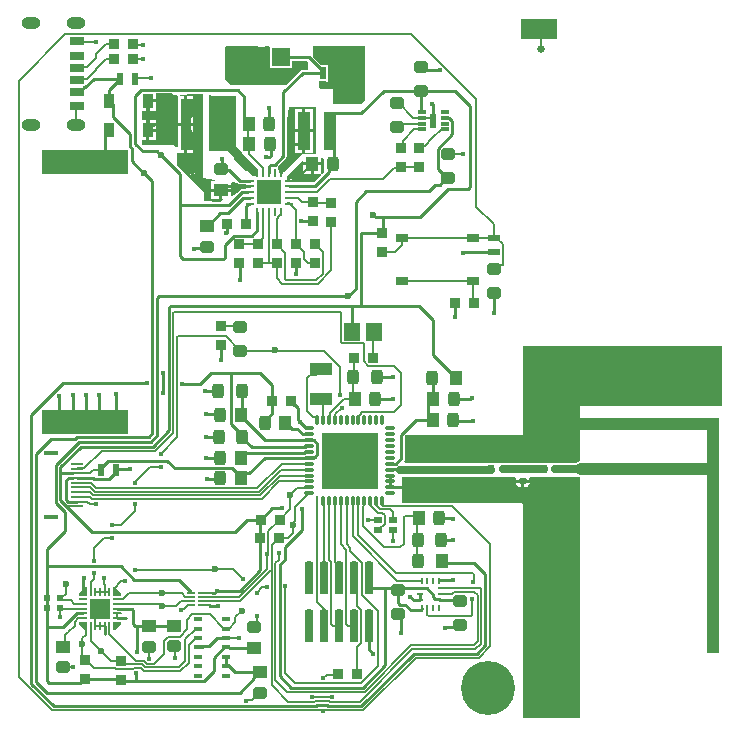
<source format=gtl>
G04*
G04 #@! TF.GenerationSoftware,Altium Limited,Altium Designer,25.8.1 (18)*
G04*
G04 Layer_Physical_Order=1*
G04 Layer_Color=255*
%FSLAX44Y44*%
%MOMM*%
G71*
G04*
G04 #@! TF.SameCoordinates,16AD229D-0A12-456A-95A7-24712EE817D5*
G04*
G04*
G04 #@! TF.FilePolarity,Positive*
G04*
G01*
G75*
%ADD11C,0.2540*%
%ADD13C,0.1524*%
%ADD19R,3.0480X1.7780*%
G04:AMPARAMS|DCode=20|XSize=0.64mm|YSize=0.5mm|CornerRadius=0.125mm|HoleSize=0mm|Usage=FLASHONLY|Rotation=0.000|XOffset=0mm|YOffset=0mm|HoleType=Round|Shape=RoundedRectangle|*
%AMROUNDEDRECTD20*
21,1,0.6400,0.2500,0,0,0.0*
21,1,0.3900,0.5000,0,0,0.0*
1,1,0.2500,0.1950,-0.1250*
1,1,0.2500,-0.1950,-0.1250*
1,1,0.2500,-0.1950,0.1250*
1,1,0.2500,0.1950,0.1250*
%
%ADD20ROUNDEDRECTD20*%
%ADD21R,0.6400X0.5000*%
%ADD22R,0.7112X0.2032*%
%ADD23R,0.2032X0.7112*%
%ADD24R,1.7018X1.7018*%
G04:AMPARAMS|DCode=25|XSize=1.2mm|YSize=1mm|CornerRadius=0.25mm|HoleSize=0mm|Usage=FLASHONLY|Rotation=180.000|XOffset=0mm|YOffset=0mm|HoleType=Round|Shape=RoundedRectangle|*
%AMROUNDEDRECTD25*
21,1,1.2000,0.5000,0,0,180.0*
21,1,0.7000,1.0000,0,0,180.0*
1,1,0.5000,-0.3500,0.2500*
1,1,0.5000,0.3500,0.2500*
1,1,0.5000,0.3500,-0.2500*
1,1,0.5000,-0.3500,-0.2500*
%
%ADD25ROUNDEDRECTD25*%
%ADD26R,1.2000X1.0000*%
G04:AMPARAMS|DCode=27|XSize=0.9mm|YSize=0.9mm|CornerRadius=0.225mm|HoleSize=0mm|Usage=FLASHONLY|Rotation=0.000|XOffset=0mm|YOffset=0mm|HoleType=Round|Shape=RoundedRectangle|*
%AMROUNDEDRECTD27*
21,1,0.9000,0.4500,0,0,0.0*
21,1,0.4500,0.9000,0,0,0.0*
1,1,0.4500,0.2250,-0.2250*
1,1,0.4500,-0.2250,-0.2250*
1,1,0.4500,-0.2250,0.2250*
1,1,0.4500,0.2250,0.2250*
%
%ADD27ROUNDEDRECTD27*%
%ADD28R,0.7500X0.3500*%
%ADD29R,0.7700X0.1900*%
G04:AMPARAMS|DCode=30|XSize=0.76mm|YSize=0.27mm|CornerRadius=0.0675mm|HoleSize=0mm|Usage=FLASHONLY|Rotation=0.000|XOffset=0mm|YOffset=0mm|HoleType=Round|Shape=RoundedRectangle|*
%AMROUNDEDRECTD30*
21,1,0.7600,0.1350,0,0,0.0*
21,1,0.6250,0.2700,0,0,0.0*
1,1,0.1350,0.3125,-0.0675*
1,1,0.1350,-0.3125,-0.0675*
1,1,0.1350,-0.3125,0.0675*
1,1,0.1350,0.3125,0.0675*
%
%ADD30ROUNDEDRECTD30*%
%ADD31R,0.6000X0.5000*%
%ADD32R,0.7100X0.1900*%
G04:AMPARAMS|DCode=33|XSize=0.26mm|YSize=0.86mm|CornerRadius=0.065mm|HoleSize=0mm|Usage=FLASHONLY|Rotation=180.000|XOffset=0mm|YOffset=0mm|HoleType=Round|Shape=RoundedRectangle|*
%AMROUNDEDRECTD33*
21,1,0.2600,0.7300,0,0,180.0*
21,1,0.1300,0.8600,0,0,180.0*
1,1,0.1300,-0.0650,0.3650*
1,1,0.1300,0.0650,0.3650*
1,1,0.1300,0.0650,-0.3650*
1,1,0.1300,-0.0650,-0.3650*
%
%ADD33ROUNDEDRECTD33*%
%ADD34R,1.0000X0.6250*%
G04:AMPARAMS|DCode=35|XSize=0.9mm|YSize=0.9mm|CornerRadius=0.225mm|HoleSize=0mm|Usage=FLASHONLY|Rotation=270.000|XOffset=0mm|YOffset=0mm|HoleType=Round|Shape=RoundedRectangle|*
%AMROUNDEDRECTD35*
21,1,0.9000,0.4500,0,0,270.0*
21,1,0.4500,0.9000,0,0,270.0*
1,1,0.4500,-0.2250,-0.2250*
1,1,0.4500,-0.2250,0.2250*
1,1,0.4500,0.2250,0.2250*
1,1,0.4500,0.2250,-0.2250*
%
%ADD35ROUNDEDRECTD35*%
G04:AMPARAMS|DCode=37|XSize=1.2mm|YSize=1mm|CornerRadius=0.25mm|HoleSize=0mm|Usage=FLASHONLY|Rotation=90.000|XOffset=0mm|YOffset=0mm|HoleType=Round|Shape=RoundedRectangle|*
%AMROUNDEDRECTD37*
21,1,1.2000,0.5000,0,0,90.0*
21,1,0.7000,1.0000,0,0,90.0*
1,1,0.5000,0.2500,0.3500*
1,1,0.5000,0.2500,-0.3500*
1,1,0.5000,-0.2500,-0.3500*
1,1,0.5000,-0.2500,0.3500*
%
%ADD37ROUNDEDRECTD37*%
G04:AMPARAMS|DCode=38|XSize=0.26mm|YSize=0.86mm|CornerRadius=0.065mm|HoleSize=0mm|Usage=FLASHONLY|Rotation=90.000|XOffset=0mm|YOffset=0mm|HoleType=Round|Shape=RoundedRectangle|*
%AMROUNDEDRECTD38*
21,1,0.2600,0.7300,0,0,90.0*
21,1,0.1300,0.8600,0,0,90.0*
1,1,0.1300,0.3650,0.0650*
1,1,0.1300,0.3650,-0.0650*
1,1,0.1300,-0.3650,-0.0650*
1,1,0.1300,-0.3650,0.0650*
%
%ADD38ROUNDEDRECTD38*%
%ADD39R,0.2500X0.4750*%
%ADD40R,0.6858X0.5842*%
%ADD41R,0.4750X0.2500*%
%ADD42R,0.6250X1.0000*%
%ADD43R,1.0000X1.2000*%
G04:AMPARAMS|DCode=44|XSize=0.6mm|YSize=0.24mm|CornerRadius=0.0324mm|HoleSize=0mm|Usage=FLASHONLY|Rotation=0.000|XOffset=0mm|YOffset=0mm|HoleType=Round|Shape=RoundedRectangle|*
%AMROUNDEDRECTD44*
21,1,0.6000,0.1752,0,0,0.0*
21,1,0.5352,0.2400,0,0,0.0*
1,1,0.0648,0.2676,-0.0876*
1,1,0.0648,-0.2676,-0.0876*
1,1,0.0648,-0.2676,0.0876*
1,1,0.0648,0.2676,0.0876*
%
%ADD44ROUNDEDRECTD44*%
G04:AMPARAMS|DCode=45|XSize=0.87mm|YSize=0.93mm|CornerRadius=0.1088mm|HoleSize=0mm|Usage=FLASHONLY|Rotation=0.000|XOffset=0mm|YOffset=0mm|HoleType=Round|Shape=RoundedRectangle|*
%AMROUNDEDRECTD45*
21,1,0.8700,0.7125,0,0,0.0*
21,1,0.6525,0.9300,0,0,0.0*
1,1,0.2175,0.3263,-0.3563*
1,1,0.2175,-0.3263,-0.3563*
1,1,0.2175,-0.3263,0.3563*
1,1,0.2175,0.3263,0.3563*
%
%ADD45ROUNDEDRECTD45*%
%ADD46R,1.2000X0.8000*%
%ADD47R,7.4000X2.0000*%
G04:AMPARAMS|DCode=48|XSize=2.794mm|YSize=0.7366mm|CornerRadius=0.1842mm|HoleSize=0mm|Usage=FLASHONLY|Rotation=270.000|XOffset=0mm|YOffset=0mm|HoleType=Round|Shape=RoundedRectangle|*
%AMROUNDEDRECTD48*
21,1,2.7940,0.3683,0,0,270.0*
21,1,2.4257,0.7366,0,0,270.0*
1,1,0.3683,-0.1842,-1.2129*
1,1,0.3683,-0.1842,1.2129*
1,1,0.3683,0.1842,1.2129*
1,1,0.3683,0.1842,-1.2129*
%
%ADD48ROUNDEDRECTD48*%
%ADD49R,1.0000X0.2300*%
%ADD50R,0.9100X1.2200*%
%ADD51R,1.0000X0.7000*%
G04:AMPARAMS|DCode=52|XSize=0.64mm|YSize=0.47mm|CornerRadius=0.1175mm|HoleSize=0mm|Usage=FLASHONLY|Rotation=90.000|XOffset=0mm|YOffset=0mm|HoleType=Round|Shape=RoundedRectangle|*
%AMROUNDEDRECTD52*
21,1,0.6400,0.2350,0,0,90.0*
21,1,0.4050,0.4700,0,0,90.0*
1,1,0.2350,0.1175,0.2025*
1,1,0.2350,0.1175,-0.2025*
1,1,0.2350,-0.1175,-0.2025*
1,1,0.2350,-0.1175,0.2025*
%
%ADD52ROUNDEDRECTD52*%
%ADD53R,0.4700X0.6400*%
%ADD54R,1.9000X1.1000*%
%ADD55R,0.2600X0.8600*%
%ADD56R,1.4549X1.5562*%
%ADD57R,1.0000X3.2000*%
%ADD58R,1.2000X0.4400*%
%ADD59R,1.2000X0.7600*%
%ADD60R,1.2000X0.7000*%
G04:AMPARAMS|DCode=61|XSize=0.24mm|YSize=0.6mm|CornerRadius=0.0324mm|HoleSize=0mm|Usage=FLASHONLY|Rotation=0.000|XOffset=0mm|YOffset=0mm|HoleType=Round|Shape=RoundedRectangle|*
%AMROUNDEDRECTD61*
21,1,0.2400,0.5352,0,0,0.0*
21,1,0.1752,0.6000,0,0,0.0*
1,1,0.0648,0.0876,-0.2676*
1,1,0.0648,-0.0876,-0.2676*
1,1,0.0648,-0.0876,0.2676*
1,1,0.0648,0.0876,0.2676*
%
%ADD61ROUNDEDRECTD61*%
%ADD100C,1.5500*%
%ADD101R,1.5500X1.5500*%
%ADD103C,0.6000*%
%AMCUSTOMSHAPE104*
4,1,4,-1.0027,-0.5080,-1.0027,0.5080,1.0027,0.5080,1.0027,-0.5080,-1.0027,-0.5080,0.0*%
%ADD104CUSTOMSHAPE104*%

%ADD105R,0.6000X1.2000*%
%ADD106R,2.0500X2.0500*%
%ADD107R,4.7000X4.7000*%
%ADD108R,0.8000X4.3000*%
%ADD109C,0.6400*%
%ADD110C,1.0160*%
%ADD111C,0.2032*%
%ADD112R,4.6500X0.2015*%
%ADD113C,4.5720*%
%ADD114C,0.3000*%
%ADD115O,1.6000X1.0000*%
%ADD116C,0.4064*%
%ADD117C,0.6350*%
%ADD118C,0.2540*%
%ADD119C,0.5000*%
G36*
X214313Y571958D02*
X215230Y571642D01*
X215819Y571077D01*
X216349Y571077D01*
X216349Y571077D01*
X217106Y571701D01*
X223944Y571835D01*
X224954Y570839D01*
Y553272D01*
X243502D01*
Y559697D01*
X256128D01*
X256618Y558750D01*
Y552145D01*
X252308D01*
X252308Y552145D01*
X251218Y551928D01*
X250294Y551310D01*
X250294Y551310D01*
X238176Y539192D01*
X191924D01*
X187352Y543764D01*
X186514D01*
Y570942D01*
X187425Y571958D01*
X214313Y571958D01*
D02*
G37*
G36*
X305048Y525912D02*
X302762Y523626D01*
Y523372D01*
X279140D01*
X278632Y522864D01*
X277616Y523880D01*
Y535564D01*
X267964D01*
X266186Y537342D01*
Y542772D01*
X271424D01*
X272536Y541660D01*
X273552Y542676D01*
Y542772D01*
X274002D01*
Y555820D01*
X273552D01*
Y556392D01*
X268161D01*
X261360Y563193D01*
Y571886D01*
X261465Y572140D01*
X305048D01*
Y525912D01*
D02*
G37*
G36*
X270250Y476750D02*
Y465029D01*
X268993Y463772D01*
X268030Y464246D01*
Y471170D01*
X261760D01*
Y463900D01*
X267684D01*
X268158Y462937D01*
X262317Y457096D01*
X244443D01*
X243505Y457420D01*
Y459172D01*
X243402Y459420D01*
X243154Y459523D01*
X241748D01*
Y458296D01*
X239208D01*
Y459736D01*
X238759Y460336D01*
X239250Y462000D01*
X252010Y474917D01*
X252950Y474531D01*
Y473710D01*
X260490D01*
X268030D01*
Y477533D01*
X269046Y477954D01*
X270250Y476750D01*
D02*
G37*
G36*
X263500Y480500D02*
X251500D01*
X236143Y465143D01*
X235248Y465514D01*
Y464796D01*
X232708D01*
Y467472D01*
X231738D01*
X231595Y468193D01*
X231410Y468469D01*
X231859Y470898D01*
X238014Y477054D01*
X238014Y477054D01*
X238632Y477978D01*
X238849Y479068D01*
X238849Y479068D01*
Y508744D01*
X240974Y520250D01*
X263500D01*
Y480500D01*
D02*
G37*
G36*
X175250Y529750D02*
X196250D01*
Y486400D01*
X200626Y482024D01*
Y481426D01*
X201224D01*
X213889Y468761D01*
X213500Y467823D01*
X213102D01*
X212854Y467720D01*
X212751Y467472D01*
Y466066D01*
X213978D01*
Y463526D01*
X212751D01*
Y462120D01*
X211813Y461796D01*
X210204D01*
X189000Y483000D01*
X173250D01*
Y530313D01*
X174100Y530900D01*
X175250Y529750D01*
D02*
G37*
G36*
X142484Y530984D02*
X142250Y530750D01*
X146099Y530961D01*
X146438Y529963D01*
Y507316D01*
X148978D01*
Y527546D01*
X151708D01*
Y530086D01*
X148685D01*
X148657Y531102D01*
X160450Y531750D01*
X168250D01*
Y460192D01*
X178436Y458782D01*
X178366Y457768D01*
X174340D01*
Y451498D01*
X182880D01*
X191420D01*
Y456211D01*
X192186Y456878D01*
X197371Y456160D01*
X198114Y455664D01*
X199204Y455447D01*
X199204Y455447D01*
X202522D01*
X204043Y455237D01*
X204300Y454566D01*
X207478D01*
Y452026D01*
X204431D01*
X203947Y451452D01*
X203225Y451075D01*
X201226D01*
X201226Y451075D01*
X200136Y450858D01*
X199212Y450240D01*
X199212Y450240D01*
X196570Y447599D01*
X192289Y445363D01*
X191420Y445889D01*
Y448958D01*
X184150D01*
Y442688D01*
X185037D01*
X185279Y441701D01*
X182500Y440250D01*
X168625Y441375D01*
X168427Y448573D01*
X145750Y471250D01*
Y481275D01*
X146438Y482006D01*
X146766Y482006D01*
X151708D01*
Y484546D01*
X148978D01*
Y504776D01*
X146438D01*
Y486749D01*
X145422Y486328D01*
X143000Y488750D01*
X116600D01*
Y492214D01*
X119880D01*
Y500854D01*
Y509494D01*
X116600D01*
Y517394D01*
X120000D01*
Y526034D01*
X121270D01*
Y527304D01*
X128360D01*
Y532000D01*
X142063D01*
X142484Y530984D01*
D02*
G37*
G36*
X607151Y267000D02*
X486750D01*
Y221300D01*
X485750Y220300D01*
X485025Y220000D01*
D01*
X484652Y219846D01*
X484202Y219500D01*
X339000D01*
X338000Y220500D01*
Y220971D01*
X338014Y220986D01*
X338632Y221910D01*
X338849Y223000D01*
X338849Y223000D01*
Y242070D01*
X339279Y242500D01*
X481500D01*
Y242750D01*
X440264D01*
X439253Y242750D01*
X439251Y242750D01*
X439250Y243765D01*
Y318396D01*
X439500Y318500D01*
X607151D01*
Y267000D01*
D02*
G37*
G36*
X332880Y211101D02*
X332492Y211408D01*
X332047Y211683D01*
X331546Y211926D01*
X330988Y212136D01*
X330374Y212314D01*
X329702Y212459D01*
X328974Y212572D01*
X327348Y212702D01*
X326450Y212718D01*
Y214242D01*
X327348Y214258D01*
X328974Y214388D01*
X329702Y214501D01*
X330374Y214646D01*
X330988Y214824D01*
X331546Y215034D01*
X332047Y215277D01*
X332492Y215552D01*
X332880Y215859D01*
Y211101D01*
D02*
G37*
G36*
X486000Y206956D02*
X486840D01*
Y2849D01*
X438750D01*
Y183750D01*
X439000Y184000D01*
X438000Y185000D01*
X380121D01*
X379892Y185153D01*
X379000Y185331D01*
X336250D01*
Y207000D01*
X432491D01*
X433158Y205984D01*
X432960Y204987D01*
X444580D01*
X444382Y205984D01*
X445049Y207000D01*
X486000D01*
Y206956D01*
D02*
G37*
G36*
X98840Y108828D02*
Y106796D01*
X91768D01*
Y113868D01*
X93800D01*
X98840Y108828D01*
D02*
G37*
G36*
X69800Y106756D02*
X62728Y106796D01*
Y108828D01*
X67768Y113868D01*
X69800D01*
Y106756D01*
D02*
G37*
G36*
X98840Y82796D02*
X93800Y77756D01*
X91768D01*
Y84826D01*
X98840Y84828D01*
Y82796D01*
D02*
G37*
G36*
X69798Y84826D02*
X69800Y77756D01*
X67768D01*
X62728Y82796D01*
Y84828D01*
X69798Y84826D01*
D02*
G37*
G36*
X595293Y256895D02*
X604893D01*
Y58375D01*
X595091D01*
Y209049D01*
X511273Y209053D01*
Y219105D01*
X595091D01*
Y246899D01*
X512033D01*
Y256949D01*
X595293D01*
Y256895D01*
D02*
G37*
%LPC*%
G36*
X259220Y471170D02*
X252950D01*
Y463900D01*
X259220D01*
Y471170D01*
D02*
G37*
G36*
X260700Y518920D02*
X254430D01*
Y501650D01*
X260700D01*
Y518920D01*
D02*
G37*
G36*
X251890D02*
X245620D01*
Y501650D01*
X251890D01*
Y518920D01*
D02*
G37*
G36*
X260700Y499110D02*
X254430D01*
Y481840D01*
X260700D01*
Y499110D01*
D02*
G37*
G36*
X251890D02*
X245620D01*
Y481840D01*
X251890D01*
Y499110D01*
D02*
G37*
G36*
X159518Y530086D02*
X154248D01*
Y527546D01*
X159518D01*
Y530086D01*
D02*
G37*
G36*
X128360Y524764D02*
X122540D01*
Y517394D01*
X128360D01*
Y524764D01*
D02*
G37*
G36*
X159518Y512929D02*
X158903Y511964D01*
X157998Y509684D01*
X157544Y507316D01*
X159518D01*
Y512929D01*
D02*
G37*
G36*
X128240Y509494D02*
X122420D01*
Y502124D01*
X128240D01*
Y509494D01*
D02*
G37*
G36*
X159518Y504776D02*
X157544D01*
X157997Y502411D01*
X158902Y500131D01*
X159518Y499163D01*
Y504776D01*
D02*
G37*
G36*
X128240Y499584D02*
X122420D01*
Y492214D01*
X128240D01*
Y499584D01*
D02*
G37*
G36*
X159518Y484546D02*
X154248D01*
Y482006D01*
X159518D01*
Y484546D01*
D02*
G37*
G36*
X159998Y468767D02*
Y467316D01*
X161449D01*
X161271Y467745D01*
X160427Y468589D01*
X159998Y468767D01*
D02*
G37*
G36*
X157458D02*
X157029Y468589D01*
X156185Y467745D01*
X156007Y467316D01*
X157458D01*
Y468767D01*
D02*
G37*
G36*
X161449Y464776D02*
X159998D01*
Y463325D01*
X160427Y463503D01*
X161271Y464347D01*
X161449Y464776D01*
D02*
G37*
G36*
X157458D02*
X156007D01*
X156185Y464347D01*
X157029Y463503D01*
X157458Y463325D01*
Y464776D01*
D02*
G37*
G36*
X181610Y448958D02*
X174340D01*
Y442688D01*
X181610D01*
Y448958D01*
D02*
G37*
G36*
X444580Y202447D02*
X440040D01*
Y198603D01*
X440720D01*
X442199Y198897D01*
X443452Y199735D01*
X444290Y200988D01*
X444580Y202447D01*
D02*
G37*
G36*
X437500D02*
X432960D01*
X433250Y200988D01*
X434088Y199735D01*
X435341Y198897D01*
X436820Y198603D01*
X437500D01*
Y202447D01*
D02*
G37*
%LPD*%
D11*
X41509Y13196D02*
X263762D01*
X22436Y32269D02*
X41509Y13196D01*
X346562Y57806D02*
X400027D01*
X301950Y13193D02*
X346562Y57806D01*
X400027D02*
X407040Y64819D01*
Y124842D01*
X414528Y363380D02*
X414639Y363269D01*
Y345861D02*
X414750Y345750D01*
X414639Y345861D02*
Y363269D01*
X362750Y310746D02*
X382246Y291250D01*
X362750Y310746D02*
Y340250D01*
X350702Y352298D02*
X362750Y340250D01*
X35638Y24814D02*
X198944D01*
X99544Y34456D02*
X110500D01*
X97875Y36125D02*
X99544Y34456D01*
X68625Y36125D02*
X97875D01*
X111750Y59000D02*
Y81280D01*
X22436Y32269D02*
Y259627D01*
X26500Y33952D02*
Y226431D01*
Y33952D02*
X35638Y24814D01*
X37193Y32672D02*
X63892D01*
X35705Y34160D02*
X37193Y32672D01*
X35705Y34160D02*
Y80000D01*
X322242Y47854D02*
Y112954D01*
X303332Y28944D02*
X322242Y47854D01*
X312000Y57500D02*
Y57912D01*
X129250Y358684D02*
X130738Y360172D01*
X290830D01*
X129250Y242439D02*
Y358684D01*
X49559Y286750D02*
X120360D01*
X39319Y239250D02*
X59541D01*
X26500Y226431D02*
X39319Y239250D01*
X22436Y259627D02*
X49559Y286750D01*
X63892Y32672D02*
X67720Y36500D01*
X68250D01*
X49465Y80000D02*
X61277Y91812D01*
X35705Y80000D02*
X49465D01*
X35705D02*
Y89645D01*
X36250Y104500D02*
Y131750D01*
X51000Y161467D02*
Y177723D01*
X36250Y96500D02*
Y104500D01*
Y146717D02*
X51000Y161467D01*
X36250Y131750D02*
Y146717D01*
X98250Y131750D02*
X109750Y120250D01*
X36250Y131750D02*
X98250D01*
X320250Y427500D02*
X351927D01*
X313164D02*
X320250D01*
X279240Y472440D02*
Y485300D01*
X322242Y112954D02*
X333250D01*
X216516Y128516D02*
Y170766D01*
X320250Y420414D02*
Y427500D01*
X320204Y420460D02*
X320250Y420414D01*
X320204Y414310D02*
Y420460D01*
X319532Y413638D02*
X320204Y414310D01*
X302136Y413638D02*
X319532D01*
X351927Y427500D02*
X375678Y451251D01*
X301498Y413000D02*
X302136Y413638D01*
X333250Y111500D02*
X334704Y112954D01*
X301498Y352298D02*
Y413000D01*
X306292Y449042D02*
X358982D01*
X297434Y440184D02*
X306292Y449042D01*
X297434Y366776D02*
Y440184D01*
X275019Y465769D02*
Y469469D01*
X240478Y453296D02*
X262546D01*
X275019Y469469D02*
X277990Y472440D01*
X262546Y453296D02*
X275019Y465769D01*
X202912Y509698D02*
Y529338D01*
X197322Y534928D02*
X202912Y529338D01*
X115563Y534928D02*
X197322D01*
X190306Y437306D02*
X201226Y448226D01*
X149544Y437306D02*
X190306D01*
X202043Y443296D02*
X207478D01*
X201226Y448226D02*
X205748D01*
X189525Y430777D02*
X202043Y443296D01*
X182709Y430777D02*
X189525D01*
X236000Y532988D02*
X252308Y549296D01*
X236000Y479068D02*
Y532988D01*
X228790Y471858D02*
X236000Y479068D01*
X117000Y483000D02*
X128782D01*
X110500Y489500D02*
Y529865D01*
Y489500D02*
X117000Y483000D01*
X106436Y486642D02*
Y497469D01*
X107536Y474714D02*
Y485542D01*
X110500Y529865D02*
X115563Y534928D01*
X106436Y486642D02*
X107536Y485542D01*
X91500Y512405D02*
X106436Y497469D01*
X263762Y13196D02*
X264891Y14326D01*
X272891D02*
X274023Y13193D01*
X264891Y14326D02*
X272891D01*
X274023Y13193D02*
X301950D01*
X334704Y112954D02*
X351387D01*
X232750Y39044D02*
X242850Y28944D01*
X303332D01*
X122251Y241188D02*
X125186Y244123D01*
X118000Y464750D02*
X125186Y457564D01*
X123935Y237124D02*
X129250Y242439D01*
X125186Y244123D02*
Y457564D01*
X134250Y278500D02*
Y295000D01*
X140738Y352298D02*
X294273D01*
X216750Y171000D02*
X226750Y181000D01*
X125618Y233060D02*
X139250Y246692D01*
Y350810D02*
X140738Y352298D01*
X216516Y170766D02*
X216750Y171000D01*
X139250Y246692D02*
Y350810D01*
X192000Y295250D02*
X216500D01*
X174500D02*
X192000D01*
X220250Y253250D02*
Y254916D01*
X226642Y261308D02*
Y285108D01*
X220250Y254916D02*
X226642Y261308D01*
X150172Y286250D02*
X165500D01*
X174500Y295250D01*
X336000Y223000D02*
Y243250D01*
X348000Y255250D02*
X362500D01*
X336000Y243250D02*
X348000Y255250D01*
X326480Y218510D02*
X331510D01*
X336000Y223000D01*
X326450Y218480D02*
X326480Y218510D01*
X369906Y136042D02*
X371882Y134066D01*
X397816D01*
X407040Y124842D01*
X245322Y268400D02*
X245622D01*
X248250Y255662D02*
Y265772D01*
X249898Y253628D02*
Y254014D01*
X242242Y271480D02*
Y271780D01*
X248250Y255662D02*
X249898Y254014D01*
X242242Y271480D02*
X245322Y268400D01*
X245622D02*
X248250Y265772D01*
X249750Y253480D02*
Y253750D01*
X192000Y295250D02*
X192070Y295180D01*
Y251770D02*
Y295180D01*
X216500Y295250D02*
X226642Y285108D01*
X172614Y98636D02*
X173500Y97750D01*
X180250D01*
X177718Y109380D02*
X179338Y111000D01*
X175359Y109380D02*
X177718D01*
X251025Y423775D02*
X261087D01*
X261112Y423800D01*
X251000Y423750D02*
X251025Y423775D01*
X84784Y81312D02*
X84974Y81122D01*
Y76599D02*
Y81122D01*
Y76599D02*
X85000Y76573D01*
Y74500D02*
Y76573D01*
X95284Y87812D02*
X95346Y87750D01*
X103000D01*
X110393Y81280D02*
X111750D01*
X108905Y82768D02*
X110393Y81280D01*
X108905Y82768D02*
Y94324D01*
X95284Y95812D02*
X107417D01*
X108905Y94324D01*
X111750Y81000D02*
X122500D01*
X61277Y91812D02*
X66284D01*
X43069Y185655D02*
Y217030D01*
X187750Y63000D02*
X189750D01*
X190380Y62370D01*
X210820D01*
X68250Y36500D02*
X68625Y36125D01*
X185750Y63000D02*
X187750D01*
X176964Y54214D02*
X185750Y63000D01*
X176964Y42762D02*
Y54214D01*
X168657Y34456D02*
X176964Y42762D01*
X43069Y217030D02*
X63163Y237124D01*
X123935D01*
X35705Y89645D02*
X36250Y90190D01*
Y96500D01*
X110500Y34456D02*
X168657D01*
X111208Y40708D02*
X111500Y41000D01*
X111208Y35164D02*
Y40708D01*
X110500Y34456D02*
X111208Y35164D01*
X122500Y81000D02*
X142983D01*
X143452Y81469D01*
X43069Y185655D02*
X51000Y177723D01*
X147670Y120250D02*
X157834Y110086D01*
X109750Y120250D02*
X147670D01*
X358982Y449042D02*
X364735Y454795D01*
X368380D02*
X374084Y460500D01*
X364735Y454795D02*
X368380D01*
X376264Y511466D02*
X379072Y508658D01*
X372558Y511466D02*
X376264D01*
X372478Y511546D02*
X372558Y511466D01*
X374084Y460500D02*
X375750D01*
X379072Y497309D02*
Y508658D01*
X366956Y485193D02*
X379072Y497309D01*
X366956Y468294D02*
Y485193D01*
Y468294D02*
X374084Y461166D01*
Y460500D02*
Y461166D01*
X290830Y360172D02*
X297434Y366776D01*
X54980Y253982D02*
X67742D01*
X46250Y262712D02*
X54980Y253982D01*
X46250Y262712D02*
Y276000D01*
X66980Y253982D02*
X67742D01*
X58250Y262712D02*
X66980Y253982D01*
X58250Y262712D02*
Y276750D01*
X67742Y253982D02*
X85270D01*
X94000Y262712D01*
Y277250D01*
X80250Y258902D02*
Y277000D01*
X387993Y397492D02*
X414031D01*
X368708Y551792D02*
X369000Y551500D01*
X414031Y397492D02*
X414274Y397735D01*
X387750Y397250D02*
X387993Y397492D01*
X381382Y354330D02*
X381441Y354271D01*
X355032Y551792D02*
X368708D01*
X362000Y523000D02*
X362292Y522708D01*
X352778Y554046D02*
X355032Y551792D01*
X362292Y509794D02*
Y522708D01*
Y509532D02*
X362778Y509046D01*
X362292Y509532D02*
Y509794D01*
X395256Y274296D02*
X395668D01*
X381441Y343059D02*
X381500Y343000D01*
X381441Y343059D02*
Y354271D01*
X394464Y273503D02*
X395256Y274296D01*
X380503Y273503D02*
X394464D01*
X396823Y255111D02*
X396962Y254972D01*
X380500Y273500D02*
X380503Y273503D01*
X315692Y292250D02*
X329000D01*
X315378Y273000D02*
X329000D01*
X380139Y255111D02*
X396823D01*
X380000Y255250D02*
X380139Y255111D01*
X368148Y172618D02*
X368214Y172684D01*
X378154D02*
X378838Y172000D01*
X368214Y172684D02*
X378154D01*
X326450Y203480D02*
Y208480D01*
X342269Y202100D02*
X343300D01*
X338649Y198480D02*
X342269Y202100D01*
X326450Y198480D02*
Y203480D01*
Y198480D02*
X338649D01*
X378838Y172000D02*
X379250D01*
X369815Y153913D02*
X379837D01*
X380000Y153750D01*
X368032Y119750D02*
X379500D01*
X369652Y154076D02*
X369815Y153913D01*
X368012Y119579D02*
Y119730D01*
X368032Y119750D01*
X383292Y80042D02*
X385250Y82000D01*
X373042Y80042D02*
X383292D01*
X351387Y102954D02*
Y107954D01*
X372750Y79750D02*
X373042Y80042D01*
X343500Y106000D02*
X346546Y102954D01*
X351387D01*
X335458Y75792D02*
Y89292D01*
X333250Y91500D02*
X335458Y89292D01*
Y75792D02*
X335750Y75500D01*
X224142Y505968D02*
Y519392D01*
X224250Y519500D01*
X225900Y479988D02*
Y488950D01*
X224412Y478500D02*
X225900Y479988D01*
X221000Y478500D02*
X224412D01*
X183381Y467227D02*
X190273D01*
X222089Y456806D02*
X222488D01*
X199204Y458296D02*
X207478D01*
X190273Y467227D02*
X199204Y458296D01*
X246614Y378886D02*
Y388160D01*
X246478Y388296D02*
X246614Y388160D01*
Y378886D02*
X246750Y378750D01*
X249750Y253480D02*
X254750Y248480D01*
X257750D01*
X198728Y388296D02*
X198864Y388160D01*
X187864Y413614D02*
Y421432D01*
X187978Y421546D01*
X187750Y413500D02*
X187864Y413614D01*
X198864Y373886D02*
X199000Y373750D01*
X198864Y373886D02*
Y388160D01*
X183708Y476458D02*
X184000Y476750D01*
X183708Y468556D02*
Y476458D01*
X182880Y467728D02*
X183708Y468556D01*
X182880Y467728D02*
X183381Y467227D01*
X171724Y400792D02*
X171728Y400796D01*
X161042Y400792D02*
X171724D01*
X160750Y400500D02*
X161042Y400792D01*
X183288Y318786D02*
X183326Y318824D01*
X183288Y306038D02*
Y318786D01*
X183250Y306000D02*
X183288Y306038D01*
X169750Y280250D02*
X169901Y280099D01*
X180713D02*
X180864Y279948D01*
X169901Y280099D02*
X180713D01*
X182088Y260224D02*
X182364Y259948D01*
X171026Y260224D02*
X182088D01*
X181344Y241496D02*
X181348Y241492D01*
X170254Y241496D02*
X181344D01*
X170750Y260500D02*
X171026Y260224D01*
X170250Y241500D02*
X170254Y241496D01*
X68500Y254740D02*
Y276750D01*
X182352Y223496D02*
X182598Y223742D01*
X182290Y205933D02*
X182473Y206117D01*
X170496Y223496D02*
X182352D01*
X171183Y205933D02*
X182290D01*
X170250Y223250D02*
X170496Y223496D01*
X171000Y205750D02*
X171183Y205933D01*
X308864Y61048D02*
X312000Y57912D01*
X308864Y61048D02*
Y80772D01*
X172786Y63988D02*
X179798Y71000D01*
X187750D01*
X167718Y63988D02*
X172786D01*
X164230Y63480D02*
X167210D01*
X167718Y63988D01*
X163750Y63000D02*
X164230Y63480D01*
X94009Y213360D02*
X94399Y213750D01*
X106000D01*
X88090Y205566D02*
X94009Y211485D01*
Y213360D01*
X75991Y205566D02*
X88090D01*
X61426Y206406D02*
X61434Y206398D01*
X75159D01*
X75991Y205566D01*
X54226Y206350D02*
X57696D01*
X52324Y204448D02*
X54226Y206350D01*
X52324Y188022D02*
X53940Y186406D01*
X52324Y188022D02*
Y204448D01*
X53940Y186406D02*
X61426D01*
X66708Y108066D02*
Y121708D01*
X67000Y122000D01*
X66454Y107812D02*
X66708Y108066D01*
X66284Y107812D02*
X66454D01*
X76980Y474742D02*
X84950Y482712D01*
Y495804D02*
X88450Y499304D01*
X66252Y474742D02*
X76980D01*
X84950Y482712D02*
Y495804D01*
X88450Y499304D02*
Y500854D01*
X86440Y498844D02*
X88450Y500854D01*
X86440Y498844D02*
X88450Y500854D01*
X86440Y498844D02*
X88450Y500854D01*
X211170Y37040D02*
Y38040D01*
X214900Y41770D01*
X198944Y24814D02*
X211170Y37040D01*
X214900Y41770D02*
X215900D01*
X194980D02*
X214900D01*
X128782Y483000D02*
X131782Y480000D01*
X132000D01*
X150750Y391500D02*
X184762D01*
X148056Y394194D02*
X150750Y391500D01*
X186250Y392988D02*
Y403451D01*
X184762Y391500D02*
X186250Y392988D01*
X148056Y394194D02*
Y435818D01*
Y463944D01*
X132000Y480000D02*
X148056Y463944D01*
X91500Y512405D02*
Y523104D01*
X88570Y526034D02*
X91500Y523104D01*
X88570Y526034D02*
Y535131D01*
X121270Y500974D02*
Y526034D01*
X121150Y500854D02*
Y502404D01*
X88570Y535131D02*
X97761Y544322D01*
X107536Y474714D02*
X117500Y464750D01*
X302004Y515110D02*
X320940Y534046D01*
X352778D01*
X199000Y111000D02*
X216516Y128516D01*
X363000Y273500D02*
Y290496D01*
X362246Y291250D02*
X363000Y290496D01*
X358762Y269262D02*
X363000Y273500D01*
X358762Y258988D02*
Y269262D01*
Y258988D02*
X362500Y255250D01*
X301498Y352298D02*
X350702D01*
X375678Y451251D02*
X392262D01*
X393750Y452739D02*
Y521250D01*
X392262Y451251D02*
X393750Y452739D01*
X59541Y239250D02*
X61479Y241188D01*
X122251D01*
X214047Y416047D02*
Y431727D01*
X194389Y411590D02*
X209590D01*
X214047Y416047D01*
X233978Y466821D02*
X234203D01*
X233753D02*
X233978D01*
Y467046D01*
Y464796D02*
Y466821D01*
X233753D02*
X233978Y467046D01*
X234416Y467034D02*
Y467484D01*
X243250Y476318D02*
Y488093D01*
X234416Y467484D02*
X243250Y476318D01*
X234203Y466821D02*
X234416Y467034D01*
X148056Y435818D02*
X149544Y437306D01*
X117750Y464500D02*
X118000Y464750D01*
X117750Y464500D02*
X117750D01*
X186250Y403451D02*
X194389Y411590D01*
X179750Y111000D02*
X199000D01*
X232750Y132750D02*
X237750Y137750D01*
X232750Y39044D02*
Y132750D01*
X237750Y137750D02*
Y148393D01*
X252000Y162643D01*
Y180500D01*
X73769Y160830D02*
X195049D01*
X205415Y171196D01*
X52193Y182406D02*
X73769Y160830D01*
X226750Y181000D02*
X235250D01*
X351387Y112954D02*
X357546D01*
X362755Y105398D02*
Y107745D01*
X357546Y112954D02*
X362755Y107745D01*
X364243Y103910D02*
X367596D01*
X362755Y105398D02*
X364243Y103910D01*
X367596D02*
X368532Y102974D01*
X67386Y537346D02*
X68437D01*
X63480Y533440D02*
X67386Y537346D01*
X68437D02*
X75413Y544322D01*
X97761D01*
X205415Y171196D02*
X216282D01*
X333250Y100782D02*
Y111500D01*
X334738Y99294D02*
X338943D01*
X333250Y100782D02*
X334738Y99294D01*
X87678Y221154D02*
X137831D01*
X144037Y214948D01*
X81759Y215235D02*
X87678Y221154D01*
X64846Y233060D02*
X125618D01*
X380954Y534046D02*
X393750Y521250D01*
X352778Y534046D02*
X380954D01*
X294273Y330454D02*
Y352298D01*
X301498D01*
X47133Y215347D02*
X64846Y233060D01*
X121150Y500854D02*
X121270Y500974D01*
X126342Y506046D02*
X152978D01*
X121150Y502404D02*
X124430Y505684D01*
X125980D01*
X126342Y506046D01*
X202912Y509698D02*
X206642Y505968D01*
X174546Y450228D02*
X182880D01*
X47547Y210414D02*
X57696D01*
X47133Y210000D02*
X47547Y210414D01*
X47133Y210000D02*
Y215347D01*
Y187466D02*
X52193Y182406D01*
X47133Y187466D02*
Y210000D01*
X311234Y112954D02*
X322242D01*
X261656Y224386D02*
X262827D01*
X261951Y238450D02*
X264844Y235557D01*
Y226404D02*
Y235557D01*
X260750Y223480D02*
X261656Y224386D01*
X262827D02*
X264844Y226404D01*
X257750Y223480D02*
X260750D01*
X257780Y238450D02*
X261951D01*
X192070Y251770D02*
X201348Y242492D01*
Y240492D02*
Y242492D01*
X237750Y253250D02*
X239016Y251984D01*
X239382D01*
X243112Y248254D01*
X247922D01*
X252666Y243510D01*
X257720D01*
X257750Y243480D01*
X182880Y450228D02*
X185948Y453296D01*
X207478D01*
X81759Y213360D02*
Y215235D01*
X351349Y94666D02*
X351399Y94716D01*
X352524D02*
X353012Y95204D01*
X343532Y94666D02*
X351349D01*
X353012Y95204D02*
Y96329D01*
X351399Y94716D02*
X352524D01*
X243250Y488093D02*
X244143Y488986D01*
X248922D01*
X384316Y102934D02*
X385250Y102000D01*
X369657Y102934D02*
X384316D01*
X369637Y102954D02*
X369657Y102934D01*
X342044Y96154D02*
X343532Y94666D01*
X342044Y96154D02*
Y96193D01*
X338943Y99294D02*
X342044Y96193D01*
X308864Y115323D02*
X311234Y112954D01*
X308864Y115323D02*
Y121412D01*
X352778Y516626D02*
X352858Y516546D01*
X352778Y516626D02*
Y534046D01*
X352858Y516546D02*
X353078D01*
X278890Y515110D02*
X302004D01*
X275160Y489380D02*
X279240Y485300D01*
X275160Y511380D02*
X278890Y515110D01*
X275160Y500380D02*
Y511380D01*
Y489380D02*
Y500380D01*
X257750Y238480D02*
X257780Y238450D01*
X220332Y238480D02*
X257750D01*
X220178Y223480D02*
X257750D01*
X200864Y260948D02*
Y279948D01*
X199864Y259948D02*
X200864Y260948D01*
X199864Y258948D02*
Y259948D01*
Y258948D02*
X220332Y238480D01*
X144037Y214948D02*
X192142D01*
X207048Y210350D02*
X220178Y223480D01*
X203703Y210350D02*
X207048D01*
X199973Y206117D02*
Y206620D01*
X203703Y210350D01*
X192142Y214948D02*
X199973Y207117D01*
Y206620D02*
Y207117D01*
X61280Y533440D02*
X63480D01*
X187750Y47000D02*
Y55000D01*
Y47000D02*
X189750D01*
X194980Y41770D01*
X209122Y232718D02*
X253988D01*
X253844Y227574D02*
X254720Y228450D01*
X201348Y240492D02*
X209122Y232718D01*
X203828Y227574D02*
X253844D01*
X257720Y228450D02*
X257750Y228480D01*
X254720Y228450D02*
X257720D01*
X254750Y233480D02*
X257750D01*
X253988Y232718D02*
X254750Y233480D01*
X200098Y223742D02*
Y223844D01*
X203828Y227574D01*
X225466Y471858D02*
X228790D01*
X223978Y464796D02*
Y470370D01*
X225466Y471858D01*
X152978Y471796D02*
X158728Y466046D01*
X152978Y471796D02*
Y506046D01*
X172728Y420796D02*
X182709Y430777D01*
X205818Y438296D02*
X207478D01*
X203978Y436456D02*
X205818Y438296D01*
X203978Y421546D02*
Y436456D01*
X171728Y420796D02*
X172728D01*
X248922Y488986D02*
Y496142D01*
X257978Y562546D02*
X269353Y551171D01*
X234228Y562546D02*
X257978D01*
X252308Y549296D02*
X269353D01*
Y551171D01*
X248922Y496142D02*
X253160Y500380D01*
D13*
X204750Y18022D02*
X205114Y18386D01*
X209016D01*
X11750Y37926D02*
X40036Y9640D01*
X269360D01*
X209016Y18386D02*
X214900Y24270D01*
X269637Y9637D02*
X303423D01*
X348035Y54250D01*
X401500D02*
X411250Y64000D01*
X398554Y61362D02*
X403484Y66292D01*
X348035Y54250D02*
X401500D01*
X300477Y16749D02*
X345089Y61362D01*
X398554D01*
X344167Y64750D02*
X397000D01*
X304805Y25388D02*
X344167Y64750D01*
X397000D02*
X400436Y68186D01*
X403484Y66292D02*
Y112471D01*
X411250Y64000D02*
Y150750D01*
X400436Y68186D02*
Y107267D01*
X379000Y183000D02*
X411250Y150750D01*
X111497Y203869D02*
Y204247D01*
X110500Y202185D02*
Y202873D01*
X111497Y203869D01*
Y204247D02*
X123000Y215750D01*
X454500Y570000D02*
Y584750D01*
X452320Y586930D02*
X454500Y584750D01*
X109711Y45318D02*
X115704D01*
X108857Y44464D02*
X109711Y45318D01*
X94621Y44464D02*
X108857D01*
X93585Y45500D02*
X94621Y44464D01*
X75250Y45500D02*
X93585D01*
X111202Y51798D02*
X117845D01*
X88784Y74216D02*
X111202Y51798D01*
X11750Y37926D02*
Y542750D01*
X65728Y55022D02*
Y65500D01*
Y55022D02*
X75250Y45500D01*
X49250Y46250D02*
X58000D01*
X316318Y46959D02*
Y94151D01*
X301859Y32500D02*
X316318Y46959D01*
X11750Y542750D02*
X51426Y582426D01*
X75750Y136576D02*
Y147000D01*
Y120836D02*
Y125854D01*
X73482Y118568D02*
X75750Y120836D01*
X274364Y17882D02*
X275496Y16749D01*
X262289Y16752D02*
X263419Y17882D01*
X275496Y16749D02*
X300477D01*
X263419Y17882D02*
X274364D01*
X269360Y9640D02*
X269500Y9500D01*
X269637Y9637D01*
X226146Y30854D02*
X240248Y16752D01*
X277227Y21125D02*
X277285Y21067D01*
X240248Y16752D02*
X262289D01*
X260555Y21125D02*
X277227D01*
X237250Y41368D02*
X246118Y32500D01*
X301859D01*
X238862Y25388D02*
X304805D01*
X229194Y35056D02*
X238862Y25388D01*
X260500Y21070D02*
X260555Y21125D01*
X269860Y36818D02*
X272733Y39691D01*
X282135D01*
X269500Y36818D02*
X269860D01*
X127250Y229250D02*
X142806Y244806D01*
X143699Y347000D02*
X283820D01*
X142806Y346107D02*
X143699Y347000D01*
X132000Y227000D02*
X145854Y240854D01*
Y325607D02*
X146747Y326500D01*
X142806Y244806D02*
Y346107D01*
X146747Y326500D02*
X187400D01*
X145854Y240854D02*
Y325607D01*
X76784Y91812D02*
X80784Y95812D01*
X76784Y81312D02*
Y91812D01*
X326450Y213480D02*
X335020D01*
X280042Y260292D02*
X285250Y265500D01*
X279600Y255330D02*
X280042Y255772D01*
Y260292D01*
X286951Y273451D02*
X295181D01*
X275138Y255868D02*
Y261638D01*
X286951Y273451D01*
X274600Y255330D02*
X275138Y255868D01*
X284250Y277000D02*
Y300457D01*
X270383Y314324D02*
X284250Y300457D01*
X75750Y147000D02*
X84250Y155500D01*
X167490Y102192D02*
X174087D01*
X174143Y102136D02*
X199475D01*
X174087Y102192D02*
X174143Y102136D01*
X199475D02*
X225492Y128153D01*
X198665Y105636D02*
X222444Y129415D01*
X167434Y105636D02*
X198665D01*
X175115Y109136D02*
X175359Y109380D01*
X167434Y109136D02*
X175115D01*
X167434Y98636D02*
X172614D01*
X167434Y102136D02*
X167490Y102192D01*
X193250Y129000D02*
X201712Y120538D01*
X177750Y129000D02*
X193250D01*
X221342Y114014D02*
X221828Y114500D01*
X218014Y114014D02*
X221342D01*
X213250Y109250D02*
X218014Y114014D01*
X241077Y439056D02*
X246478Y433655D01*
X238988Y439056D02*
X241077D01*
X246478Y404296D02*
Y433655D01*
X95316Y91780D02*
X98808D01*
X98840Y91748D01*
X95284Y91812D02*
X95316Y91780D01*
X132289Y98000D02*
X145303D01*
X130477Y99812D02*
X132289Y98000D01*
X95284Y99812D02*
X130477D01*
X95284Y103812D02*
X95538Y104066D01*
X104986Y108966D02*
X132842D01*
X95538Y104066D02*
X100085D01*
X104986Y108966D01*
X153037Y105900D02*
X153853D01*
X153929Y105824D02*
X157346D01*
X157534Y105636D01*
X132842Y108966D02*
X149971D01*
X153853Y105900D02*
X153929Y105824D01*
X149971Y108966D02*
X153037Y105900D01*
X72784Y68730D02*
Y81312D01*
X89763Y51750D02*
X98250D01*
X81274Y60240D02*
X89763Y51750D01*
X81274Y60240D02*
X81274Y60240D01*
X72784Y68730D02*
X81274Y60240D01*
X161750Y79000D02*
X163750D01*
X152702Y69952D02*
X161750Y79000D01*
X98250Y51750D02*
X101250Y48750D01*
X116583D02*
X119199Y46134D01*
X101250Y48750D02*
X116583D01*
X152702Y51202D02*
Y69952D01*
X147634Y46134D02*
X152702Y51202D01*
X119199Y46134D02*
X147634D01*
X149439Y102136D02*
X157534D01*
X145303Y98000D02*
X149439Y102136D01*
X195271Y88591D02*
X200660Y93980D01*
X195271Y84521D02*
Y88591D01*
X189750Y79000D02*
X195271Y84521D01*
X187750Y79000D02*
X189750D01*
X154464Y78249D02*
Y86447D01*
X159053Y91036D01*
X173714D01*
X185750Y79000D01*
X187750D01*
X148216Y72000D02*
X154464Y78249D01*
X138714Y72000D02*
X148216D01*
X135166Y68452D02*
X138714Y72000D01*
X88784Y74216D02*
Y81312D01*
X135166Y57559D02*
Y68452D01*
X126789Y49182D02*
X135166Y57559D01*
X120461Y49182D02*
X126789D01*
X117845Y51798D02*
X120461Y49182D01*
X65728Y70675D02*
X68784Y73731D01*
Y81312D01*
X161750Y71000D02*
X163750D01*
X65728Y65500D02*
Y70675D01*
X155750Y65000D02*
X161750Y71000D01*
X117936Y43086D02*
X148897D01*
X115704Y45318D02*
X117936Y43086D01*
X148897D02*
X155750Y49939D01*
Y65000D01*
X292481Y144902D02*
X302895Y134488D01*
Y107574D02*
Y134488D01*
Y107574D02*
X316318Y94151D01*
X237250Y114424D02*
X237576Y114750D01*
X237250Y41368D02*
Y114424D01*
X177000Y128250D02*
X177750Y129000D01*
X110722Y128250D02*
X177000D01*
X92784Y110312D02*
Y112852D01*
X101764Y119014D02*
X102250Y119500D01*
X98946Y119014D02*
X101764D01*
X92784Y112852D02*
X98946Y119014D01*
X289600Y150150D02*
Y186630D01*
Y150150D02*
X292481Y147269D01*
Y144902D02*
Y147269D01*
X53580Y75648D02*
X53621D01*
X59426Y81453D01*
Y84759D01*
X62225Y87558D01*
X66030D01*
X66284Y87812D01*
X51531Y73599D02*
X53580Y75648D01*
X49000Y63500D02*
X51531Y66031D01*
Y73599D01*
X375750Y480500D02*
X375770Y480520D01*
X388330D01*
X362778Y509046D02*
Y509308D01*
X362292Y509794D02*
X362778Y509308D01*
X353078Y511546D02*
X360540D01*
X333528Y523546D02*
X345778Y511296D01*
X332528Y523546D02*
X333528D01*
X352828Y511296D02*
X353078Y511546D01*
X360540D02*
X362292Y509794D01*
X345778Y511296D02*
X352828D01*
X315308Y291866D02*
X315692Y292250D01*
X315054Y273324D02*
X315378Y273000D01*
X316013Y170750D02*
X316205Y170942D01*
X329000Y153250D02*
Y162261D01*
X328955Y162306D02*
X329000Y162261D01*
X259240Y471440D02*
Y472440D01*
X246096Y458296D02*
X259240Y471440D01*
X240478Y458296D02*
X246096D01*
X110689Y545000D02*
X124000D01*
X117359Y573391D02*
X117500Y573250D01*
X108829Y573391D02*
X117359D01*
X116916Y560916D02*
X117000Y561000D01*
X110011Y544322D02*
X110689Y545000D01*
X61420Y576000D02*
X77000D01*
X108598Y573622D02*
X108829Y573391D01*
X108592Y560916D02*
X116916D01*
X61280Y576140D02*
X61420Y576000D01*
X108508Y560832D02*
X108592Y560916D01*
X60480Y520340D02*
X61280Y521140D01*
X60480Y505440D02*
Y520340D01*
X307750Y170750D02*
X316013D01*
X151784Y95486D02*
X154934Y98636D01*
X157534D01*
X213500Y82550D02*
Y89250D01*
X210820Y79870D02*
X213500Y82550D01*
X187750Y71000D02*
X198500D01*
X214900Y24270D02*
X215900D01*
X149736Y95486D02*
X151784D01*
X149250Y95000D02*
X149736Y95486D01*
X143452Y63969D02*
X144000Y63421D01*
Y53750D02*
Y63421D01*
X77047Y184108D02*
X77345Y184405D01*
X84784Y110312D02*
Y116322D01*
X84250Y116856D02*
X84784Y116322D01*
X84250Y116856D02*
Y121500D01*
X61426Y186406D02*
X69966D01*
X72265Y184108D02*
X77047D01*
X69966Y186406D02*
X72265Y184108D01*
X84784Y110312D02*
X88784D01*
X95284Y87812D02*
Y91812D01*
X80784Y110312D02*
X84784D01*
X76784D02*
X80784D01*
X122250Y53500D02*
Y63250D01*
X122500Y63500D01*
X80784Y81312D02*
X84784D01*
X76784D02*
X80784D01*
X46750Y96000D02*
X47250Y96500D01*
X47938Y95812D02*
X66284D01*
X47250Y96500D02*
X47938Y95812D01*
X46750Y88500D02*
Y96000D01*
X49000Y46000D02*
X49250Y46250D01*
X72784Y110312D02*
Y112852D01*
X73482Y113550D01*
Y118568D01*
X110750Y178750D02*
Y184000D01*
X123000Y215750D02*
X132000D01*
X84250Y155500D02*
X91000D01*
X98500Y166500D02*
X110750Y178750D01*
X91000Y166500D02*
X98500D01*
X229250Y314500D02*
X229426Y314324D01*
X270383D01*
X229074D02*
X229250Y314500D01*
X199576Y314324D02*
X229074D01*
X187400Y326500D02*
X199576Y314324D01*
X47250Y104500D02*
X48988Y102762D01*
X55776D01*
X58726Y99812D01*
X66284D01*
X47250Y104500D02*
X47750D01*
X51816Y108566D01*
Y116332D01*
X223692Y431510D02*
X223978Y431796D01*
X223692Y388296D02*
Y431510D01*
X230478Y404296D02*
Y426053D01*
X232464Y428039D02*
Y428665D01*
X233357Y429558D02*
X233540D01*
X233978Y429996D02*
Y431796D01*
X230478Y426053D02*
X232464Y428039D01*
Y428665D02*
X233357Y429558D01*
X233540D02*
X233978Y429996D01*
X230478Y375569D02*
X235047Y371000D01*
X230478Y375569D02*
Y388296D01*
X214478D02*
X223692D01*
X230478D01*
X296164Y110541D02*
X298419Y108286D01*
Y107469D02*
Y108286D01*
X298576Y98167D02*
X302133Y94610D01*
Y66934D02*
Y94610D01*
X298576Y40132D02*
Y63377D01*
X298419Y107469D02*
X298576Y107311D01*
Y98167D02*
Y107311D01*
Y63377D02*
X302133Y66934D01*
X226146Y30854D02*
Y128153D01*
Y128835D01*
X229194Y35056D02*
Y134223D01*
X225492Y128181D02*
X226146Y128835D01*
Y149820D01*
X225492Y128153D02*
Y128181D01*
X221828Y142308D02*
X222444D01*
Y129415D02*
Y142308D01*
X222971Y151730D02*
X223068Y151827D01*
X222444Y142311D02*
X222930Y142797D01*
X226146Y149820D02*
X232282Y155956D01*
X222930Y144430D02*
X222971Y144471D01*
X222930Y142797D02*
Y144430D01*
X222971Y144471D02*
Y151730D01*
X275740Y459740D02*
X320040D01*
X264296Y448296D02*
X275740Y459740D01*
X240478Y448296D02*
X264296D01*
X414274Y409985D02*
Y421226D01*
X399500Y436000D02*
X414274Y421226D01*
X256585Y388665D02*
X262359D01*
X253264Y391986D02*
Y397510D01*
X262359Y388665D02*
X262478Y388546D01*
X253264Y391986D02*
X256585Y388665D01*
X246478Y404296D02*
X253264Y397510D01*
X246478Y404296D02*
Y404296D01*
X237524Y375143D02*
Y397250D01*
X238417Y374250D02*
X264000D01*
X230478Y404296D02*
X237524Y397250D01*
Y375143D02*
X238417Y374250D01*
X396776Y409914D02*
X410552D01*
X336776Y404128D02*
Y409914D01*
X330286Y397638D02*
X336776Y404128D01*
X396776Y354936D02*
Y372914D01*
X336776Y409914D02*
X396776D01*
X336776Y372914D02*
X396776D01*
Y354936D02*
X397382Y354330D01*
X319532Y397638D02*
X330286D01*
X410623Y409985D02*
X412399D01*
X410552Y409914D02*
X410623Y409985D01*
X348902Y154826D02*
Y172618D01*
Y154826D02*
X349652Y154076D01*
X348902Y172618D02*
X350648D01*
X348898Y174368D02*
X349523Y173743D01*
X350648Y172618D01*
X349156Y136792D02*
Y146682D01*
Y136792D02*
X349906Y136042D01*
X348902Y146936D02*
Y153326D01*
X349652Y154076D01*
X348902Y146936D02*
X349156Y146682D01*
X338864Y174368D02*
X348898D01*
X304600Y183630D02*
Y186630D01*
X303186Y182216D02*
X304600Y183630D01*
X303186Y181764D02*
Y182216D01*
X303000Y181578D02*
X303186Y181764D01*
X303000Y165928D02*
Y181578D01*
Y165928D02*
X321178Y147750D01*
X335000D01*
X337971Y150721D01*
Y173475D01*
X338864Y174368D01*
X321031Y183000D02*
X379000D01*
X320939Y183092D02*
X321031Y183000D01*
X316014Y181764D02*
X317826Y179952D01*
X311014Y181764D02*
X315874Y176904D01*
X319826D02*
X321920Y174810D01*
X319600Y183630D02*
Y186630D01*
X320138Y183092D02*
X320939D01*
X326295Y179952D02*
X328955Y177292D01*
X319600Y183630D02*
X320138Y183092D01*
X317826Y179952D02*
X326295D01*
X315874Y176904D02*
X319826D01*
X328955Y170942D02*
Y177292D01*
X397388Y110315D02*
X400436Y107267D01*
X402591Y113363D02*
X403484Y112471D01*
X379534Y113363D02*
X402591D01*
X396118Y90411D02*
Y104000D01*
X358905Y89518D02*
X395225D01*
X380797Y110315D02*
X397388D01*
X396986Y118986D02*
Y125107D01*
X396500Y118500D02*
X396986Y118986D01*
X395225Y89518D02*
X396118Y90411D01*
X438690Y213797D02*
X438770Y213717D01*
X399500Y436000D02*
Y527107D01*
X335977Y267977D02*
Y295240D01*
X329717Y301500D02*
X335977Y295240D01*
X307491Y301500D02*
X329717D01*
X416149Y409985D02*
X421560Y404574D01*
X421249Y386545D02*
X421560Y386856D01*
X414528Y383380D02*
X417693Y386545D01*
X412399Y409985D02*
X414274D01*
X421560Y386856D02*
Y404574D01*
X417693Y386545D02*
X421249D01*
X414274Y409985D02*
X416149D01*
X294600Y157520D02*
X332541Y119579D01*
X294600Y157520D02*
Y186630D01*
X284600Y150400D02*
Y186630D01*
Y150400D02*
X289250Y145750D01*
Y135433D02*
Y145750D01*
X289433Y82427D02*
Y135250D01*
X289250Y135433D02*
X289433Y135250D01*
Y82427D02*
X291088Y80772D01*
X279781Y135513D02*
Y136513D01*
X283464Y121412D02*
Y131830D01*
X279781Y135513D02*
X283464Y131830D01*
X279600Y136694D02*
X279781Y136513D01*
X279600Y136694D02*
Y186630D01*
X274600Y137383D02*
X276733Y135250D01*
Y82427D02*
Y135250D01*
X213104Y467470D02*
X213978Y466596D01*
X204154Y467470D02*
X213104D01*
X213978Y464279D02*
Y466596D01*
X411783Y213480D02*
X412100Y213797D01*
X282135Y39691D02*
X282576Y40132D01*
X232000Y137029D02*
Y142750D01*
X229194Y134223D02*
X232000Y137029D01*
X246000Y181730D02*
X257750Y193480D01*
X232282Y155956D02*
X240284D01*
X244250Y159922D01*
Y168211D01*
X246000Y169961D01*
Y181730D01*
X233059Y171000D02*
X242013Y179955D01*
Y192264D01*
X257212Y197942D02*
X257750Y198480D01*
X247692Y197942D02*
X257212D01*
X242013Y192264D02*
X247692Y197942D01*
X232750Y171000D02*
X233059D01*
X396093Y126000D02*
X396986Y125107D01*
X331750Y126000D02*
X396093D01*
X379125Y112954D02*
X379534Y113363D01*
X378436Y107954D02*
X380797Y110315D01*
X369637Y112954D02*
X379125D01*
X51426Y582426D02*
X344180D01*
X399500Y527107D01*
X69566Y544012D02*
X77644Y552090D01*
Y552754D02*
X85722Y560832D01*
X77644Y552090D02*
Y552754D01*
X69566Y554012D02*
X77644Y562090D01*
X61280Y553640D02*
X61652Y554012D01*
X69566D01*
X77644Y565454D02*
X85722Y573532D01*
X77644Y562090D02*
Y565454D01*
X223068Y151827D02*
Y161318D01*
X232750Y171000D01*
X296164Y110541D02*
Y121412D01*
X264600Y101287D02*
Y186630D01*
X332541Y119579D02*
X353012D01*
X299600Y158150D02*
X331750Y126000D01*
X82250Y229250D02*
X127250D01*
X67583Y214583D02*
X82250Y229250D01*
X264600Y255330D02*
Y257680D01*
X260833Y258218D02*
X264062D01*
X256184Y262867D02*
Y291139D01*
Y262867D02*
X260833Y258218D01*
X264062D02*
X264600Y257680D01*
X258811Y293766D02*
X263232D01*
X256184Y291139D02*
X258811Y293766D01*
X263232D02*
X267970Y298504D01*
X302589Y320481D02*
X303851D01*
Y305140D02*
Y320481D01*
X302495Y320387D02*
X302589Y320481D01*
X303851Y305140D02*
X307491Y301500D01*
X286052Y320387D02*
X302495D01*
X284713Y321726D02*
Y346107D01*
X295530Y292088D02*
Y308376D01*
X295181Y291739D02*
X295530Y292088D01*
X295181Y273451D02*
Y291739D01*
X269425Y255505D02*
Y272049D01*
X267970Y273504D02*
X269425Y272049D01*
Y255505D02*
X269600Y255330D01*
X284713Y321726D02*
X286052Y320387D01*
X283820Y347000D02*
X284713Y346107D01*
X61603Y214583D02*
X67583D01*
X61426Y214406D02*
X61603Y214583D01*
X141884Y188687D02*
X217582D01*
X141848Y188723D02*
X141884Y188687D01*
X74987Y191771D02*
X143110D01*
X144409Y194783D02*
X215057D01*
X144373Y194819D02*
X144409Y194783D01*
X145671Y197831D02*
X213794D01*
X145635Y197867D02*
X145671Y197831D01*
X72352Y194406D02*
X74987Y191771D01*
X215057Y194783D02*
X233754Y213480D01*
X216320Y191735D02*
X233064Y208480D01*
X76249Y194819D02*
X144373D01*
X77512Y197867D02*
X145635D01*
X143146Y191735D02*
X216320D01*
X217582Y188687D02*
X232375Y203480D01*
X213794Y197831D02*
X234443Y218480D01*
X73724Y188723D02*
X141848D01*
X143110Y191771D02*
X143146Y191735D01*
X72663Y198406D02*
X76249Y194819D01*
X72042Y190406D02*
X73724Y188723D01*
X72973Y202406D02*
X77512Y197867D01*
X61652Y544012D02*
X69566D01*
X61280Y543640D02*
X61652Y544012D01*
X85722Y573532D02*
X92508D01*
X52193Y182406D02*
X61426D01*
X61814Y210794D02*
X66381D01*
X66557Y210970D02*
X72322D01*
X74712Y213360D02*
X81759D01*
X61426Y210406D02*
X61814Y210794D01*
X66381D02*
X66557Y210970D01*
X72322D02*
X74712Y213360D01*
X358012Y90411D02*
X358905Y89518D01*
X358012Y90411D02*
Y96329D01*
X299600Y158150D02*
Y186630D01*
X369637Y107954D02*
X378436D01*
X311530Y308376D02*
Y329198D01*
X312787Y330454D01*
X302734Y261916D02*
X329916D01*
X335977Y267977D01*
X301014Y259761D02*
X301014Y259761D01*
Y260196D01*
X301014Y259744D02*
Y259761D01*
X299600Y258330D02*
X301014Y259744D01*
X299600Y255330D02*
Y258330D01*
X301014Y260196D02*
X302734Y261916D01*
X316014Y181764D02*
Y182216D01*
X314600Y183630D02*
X316014Y182216D01*
X309600Y183630D02*
Y186630D01*
Y183630D02*
X311014Y182216D01*
Y181764D02*
Y182216D01*
X316205Y162306D02*
X316713D01*
X318872Y164465D01*
Y164842D01*
X319765Y165735D01*
X320581D01*
X321920Y167074D01*
Y174810D01*
X314600Y183630D02*
Y186630D01*
X262478Y404546D02*
X269264Y397760D01*
Y379514D02*
Y397760D01*
X276352Y382291D02*
Y423546D01*
X264000Y374250D02*
X269264Y379514D01*
X265061Y371000D02*
X276352Y382291D01*
X235047Y371000D02*
X265061D01*
X276733Y82427D02*
X278388Y80772D01*
X283464D01*
X274600Y137383D02*
Y186630D01*
X270138Y122038D02*
Y186092D01*
X291088Y80772D02*
X296164D01*
X270138Y122038D02*
X270764Y121412D01*
Y80772D02*
X271018Y81026D01*
Y94869D01*
X264600Y101287D02*
X271018Y94869D01*
X269600Y186630D02*
X270138Y186092D01*
X85722Y560832D02*
X92508D01*
X61426Y198406D02*
X72663D01*
X61426Y194406D02*
X72352D01*
X61426Y202406D02*
X72973D01*
X61426Y190406D02*
X72042D01*
X234443Y218480D02*
X257750D01*
X232375Y203480D02*
X257750D01*
X233754Y213480D02*
X257750D01*
X233064Y208480D02*
X257750D01*
X261112Y439800D02*
X261239Y439673D01*
X276225D01*
X276352Y439546D01*
X240478Y443296D02*
X248135D01*
X251631Y439800D01*
X261112D01*
X195048Y476576D02*
X204154Y467470D01*
X186488Y489306D02*
X195048Y480746D01*
Y476576D02*
Y480746D01*
X199076Y334824D02*
X199576Y334324D01*
X183326Y334824D02*
X199076D01*
X334847Y469087D02*
X335280Y469520D01*
X320040Y459740D02*
X329387Y469087D01*
X334847D01*
X335280Y469520D02*
X350520D01*
X198728Y404296D02*
X214478D01*
Y405101D02*
X218978Y409601D01*
Y431796D01*
X214478Y404296D02*
Y405101D01*
X187978Y488546D02*
Y506046D01*
D19*
X452320Y586930D02*
D03*
D20*
X438770Y203717D02*
D03*
D21*
Y213717D02*
D03*
D22*
X95284Y103812D02*
D03*
Y99812D02*
D03*
Y95812D02*
D03*
Y91812D02*
D03*
Y87812D02*
D03*
Y83812D02*
D03*
X66284Y87812D02*
D03*
Y91812D02*
D03*
Y95812D02*
D03*
Y99812D02*
D03*
Y103812D02*
D03*
Y107812D02*
D03*
D23*
X88784Y81312D02*
D03*
X84784D02*
D03*
X80784D02*
D03*
X76784D02*
D03*
X72784D02*
D03*
X68784D02*
D03*
X72784Y110312D02*
D03*
X76784D02*
D03*
X80784D02*
D03*
X84784D02*
D03*
X88784D02*
D03*
X92784D02*
D03*
D24*
X80784Y95812D02*
D03*
D25*
X375750Y460500D02*
D03*
Y480500D02*
D03*
X414528Y363380D02*
D03*
X352778Y554046D02*
D03*
X332528Y523546D02*
D03*
X385250Y82000D02*
D03*
X333250Y91500D02*
D03*
X182880Y467728D02*
D03*
X171728Y402046D02*
D03*
X210820Y79870D02*
D03*
X215900Y24270D02*
D03*
X143452Y63969D02*
D03*
X122500Y63500D02*
D03*
X49000Y46000D02*
D03*
X199576Y314324D02*
D03*
X414528Y383380D02*
D03*
X352778Y534046D02*
D03*
X385250Y102000D02*
D03*
X333250Y111500D02*
D03*
X199576Y334324D02*
D03*
X332528Y503546D02*
D03*
D26*
X143452Y81469D02*
D03*
X210820Y62370D02*
D03*
X122500Y81000D02*
D03*
X49000Y63500D02*
D03*
X171728Y419546D02*
D03*
X182880Y450228D02*
D03*
X215900Y41770D02*
D03*
D27*
X68250Y36500D02*
D03*
X98750Y35250D02*
D03*
Y51250D02*
D03*
X68250Y52500D02*
D03*
X261112Y423800D02*
D03*
X246478Y388296D02*
D03*
X198728Y388296D02*
D03*
X183326Y318824D02*
D03*
X319532Y397638D02*
D03*
Y413638D02*
D03*
X183326Y334824D02*
D03*
X198728Y404296D02*
D03*
X230478D02*
D03*
Y388296D02*
D03*
X276352Y439546D02*
D03*
Y423546D02*
D03*
X350520Y469520D02*
D03*
Y485520D02*
D03*
X335280Y469520D02*
D03*
Y485520D02*
D03*
X214478Y404296D02*
D03*
Y388296D02*
D03*
X261112Y439800D02*
D03*
X246478Y404296D02*
D03*
X262478Y388546D02*
D03*
Y404546D02*
D03*
D28*
X187750Y63000D02*
D03*
X163750Y79000D02*
D03*
X187750D02*
D03*
X163750Y71000D02*
D03*
X187750D02*
D03*
X163750Y63000D02*
D03*
X187750Y87000D02*
D03*
Y55000D02*
D03*
Y47000D02*
D03*
Y39000D02*
D03*
X163750D02*
D03*
Y47000D02*
D03*
Y55000D02*
D03*
Y87000D02*
D03*
D29*
X157834Y109136D02*
D03*
D30*
X372478Y511546D02*
D03*
X353078D02*
D03*
Y516546D02*
D03*
Y506546D02*
D03*
Y501546D02*
D03*
X372478D02*
D03*
Y506546D02*
D03*
Y516546D02*
D03*
D31*
X36250Y96500D02*
D03*
Y104500D02*
D03*
X47250Y96500D02*
D03*
Y104500D02*
D03*
D32*
X157534Y105636D02*
D03*
Y102136D02*
D03*
Y98636D02*
D03*
X167434Y105636D02*
D03*
Y109136D02*
D03*
Y98636D02*
D03*
Y102136D02*
D03*
D33*
X289600Y186630D02*
D03*
X279600Y255330D02*
D03*
X274600Y186630D02*
D03*
X294600D02*
D03*
X284600D02*
D03*
X299600D02*
D03*
X319600D02*
D03*
X279600D02*
D03*
X269600D02*
D03*
Y255330D02*
D03*
X264600D02*
D03*
X274600D02*
D03*
X284600D02*
D03*
X289600D02*
D03*
X294600D02*
D03*
X299600D02*
D03*
X304600D02*
D03*
X309600D02*
D03*
X314600D02*
D03*
X319600D02*
D03*
X314600Y186630D02*
D03*
X309600D02*
D03*
X304600D02*
D03*
D34*
X414274Y397735D02*
D03*
Y409985D02*
D03*
D35*
X381382Y354330D02*
D03*
X187978Y421546D02*
D03*
X108508Y573532D02*
D03*
Y560832D02*
D03*
X282576Y40132D02*
D03*
X298576D02*
D03*
X232750Y171000D02*
D03*
X216750D02*
D03*
X216282Y155956D02*
D03*
X232282D02*
D03*
X397382Y354330D02*
D03*
X295530Y308376D02*
D03*
X311530D02*
D03*
X92508Y573532D02*
D03*
Y560832D02*
D03*
X203978Y421546D02*
D03*
D37*
X380500Y273500D02*
D03*
X380000Y255250D02*
D03*
X368148Y172618D02*
D03*
X369652Y154076D02*
D03*
X224650Y488950D02*
D03*
X224142Y505968D02*
D03*
X315308Y291866D02*
D03*
X313804Y273324D02*
D03*
X182364Y259948D02*
D03*
X180864Y279948D02*
D03*
X182598Y223742D02*
D03*
X181348Y241492D02*
D03*
X182473Y206117D02*
D03*
X277990Y472440D02*
D03*
X200864Y279948D02*
D03*
X362246Y291250D02*
D03*
X295308Y291866D02*
D03*
X220250Y253250D02*
D03*
X201348Y241492D02*
D03*
X349906Y136042D02*
D03*
X349652Y154076D02*
D03*
D38*
X326450Y208480D02*
D03*
Y203480D02*
D03*
Y198480D02*
D03*
X257750Y248480D02*
D03*
Y198480D02*
D03*
Y238480D02*
D03*
Y223480D02*
D03*
Y193480D02*
D03*
Y233480D02*
D03*
Y243480D02*
D03*
Y228480D02*
D03*
X326450Y218480D02*
D03*
X257750Y203480D02*
D03*
Y208480D02*
D03*
Y213480D02*
D03*
Y218480D02*
D03*
X326450Y248480D02*
D03*
Y243480D02*
D03*
Y238480D02*
D03*
Y233480D02*
D03*
Y228480D02*
D03*
Y223480D02*
D03*
Y213480D02*
D03*
Y193480D02*
D03*
D39*
X368012Y119579D02*
D03*
X353012D02*
D03*
X358012Y96329D02*
D03*
X353012D02*
D03*
X368012D02*
D03*
X363012D02*
D03*
X358012Y119579D02*
D03*
X363012D02*
D03*
D40*
X328955Y162306D02*
D03*
X316205Y170942D02*
D03*
X328955D02*
D03*
X316205Y162306D02*
D03*
D41*
X351387Y107954D02*
D03*
Y102954D02*
D03*
X369637Y107954D02*
D03*
Y102954D02*
D03*
X351387Y112954D02*
D03*
X369637D02*
D03*
D42*
X281603Y549296D02*
D03*
X110011Y544322D02*
D03*
X94009Y213360D02*
D03*
X81759D02*
D03*
X97761Y544322D02*
D03*
X269353Y549296D02*
D03*
D43*
X260490Y472440D02*
D03*
X296304Y273324D02*
D03*
X207150Y488950D02*
D03*
X382246Y291250D02*
D03*
X199864Y259948D02*
D03*
X199973Y206117D02*
D03*
X237750Y253250D02*
D03*
X200098Y223742D02*
D03*
X369906Y136042D02*
D03*
X362500Y255250D02*
D03*
X363000Y273500D02*
D03*
X350648Y172618D02*
D03*
X206642Y505968D02*
D03*
D44*
X240478Y458296D02*
D03*
X207478D02*
D03*
X240478Y453296D02*
D03*
X207478D02*
D03*
Y448296D02*
D03*
Y443296D02*
D03*
Y438296D02*
D03*
X240478D02*
D03*
Y443296D02*
D03*
Y448296D02*
D03*
D45*
X242242Y271780D02*
D03*
X226642D02*
D03*
D46*
X61280Y576140D02*
D03*
Y521140D02*
D03*
D47*
X67742Y253982D02*
D03*
Y473982D02*
D03*
D48*
X308864Y80772D02*
D03*
X296164Y121412D02*
D03*
X258064Y80772D02*
D03*
X308864Y121412D02*
D03*
X270764D02*
D03*
X283464D02*
D03*
X270764Y80772D02*
D03*
X296164D02*
D03*
X258064Y121412D02*
D03*
X283464Y80772D02*
D03*
D49*
X61426Y206406D02*
D03*
Y186406D02*
D03*
Y210406D02*
D03*
Y182406D02*
D03*
Y218406D02*
D03*
Y214406D02*
D03*
Y190406D02*
D03*
Y202406D02*
D03*
Y194406D02*
D03*
Y198406D02*
D03*
D50*
X121270Y526034D02*
D03*
X88570D02*
D03*
X121150Y500854D02*
D03*
X88450D02*
D03*
D51*
X396776Y409914D02*
D03*
X336776D02*
D03*
X396776Y372914D02*
D03*
X336776D02*
D03*
D52*
X466376Y213797D02*
D03*
X422100D02*
D03*
D53*
X456376D02*
D03*
X412100D02*
D03*
D54*
X267970Y298504D02*
D03*
Y273504D02*
D03*
D55*
X264600Y186630D02*
D03*
D56*
X294273Y330454D02*
D03*
X312787D02*
D03*
D57*
X275160Y500380D02*
D03*
X253160D02*
D03*
D58*
X39426Y173606D02*
D03*
Y227206D02*
D03*
D59*
X61280Y563840D02*
D03*
Y533440D02*
D03*
D60*
Y553640D02*
D03*
Y543640D02*
D03*
D61*
X213978Y431796D02*
D03*
X218978D02*
D03*
X223978D02*
D03*
X228978D02*
D03*
X233978D02*
D03*
Y464796D02*
D03*
X228978D02*
D03*
X223978D02*
D03*
X218978D02*
D03*
X213978D02*
D03*
D100*
X209228Y562546D02*
D03*
D101*
X234228D02*
D03*
D103*
X290830Y360172D02*
D03*
X132842Y108966D02*
D03*
X81274Y60240D02*
D03*
X133500Y98000D02*
D03*
X200660Y93980D02*
D03*
X65750Y65500D02*
D03*
X177750Y129000D02*
D03*
X229250Y314500D02*
D03*
X51816Y116332D02*
D03*
X132000Y480000D02*
D03*
X242013Y192264D02*
D03*
X311658Y429006D02*
D03*
X244250Y167000D02*
D03*
X158728Y466046D02*
D03*
X117750Y464500D02*
D03*
D104*
X502583Y251923D02*
D03*
X501821Y214077D02*
D03*
D105*
X362778Y509046D02*
D03*
D106*
X223978Y448296D02*
D03*
D107*
X292100Y220980D02*
D03*
D108*
X152978Y506046D02*
D03*
X187978D02*
D03*
D109*
X335020Y213480D02*
X411783D01*
X466376Y213797D02*
X487703D01*
X487983Y214077D01*
X437876Y213797D02*
X456376D01*
X422100D02*
X438690D01*
D110*
X482673Y251923D02*
X502583D01*
X481750Y251000D02*
X482673Y251923D01*
X487983Y214077D02*
X501821D01*
D111*
X352826Y487826D02*
X356142D01*
X362223Y493907D02*
Y493907D01*
X350520Y485520D02*
X352826Y487826D01*
X356142D02*
X362223Y493907D01*
Y493907D02*
X370288Y501972D01*
X206994Y481092D02*
X218978Y469108D01*
X206994Y481092D02*
Y487856D01*
X205900Y488950D02*
X206994Y487856D01*
X218978Y464796D02*
Y469108D01*
X205900Y505226D02*
X206642Y505968D01*
X205900Y490372D02*
Y505226D01*
X335280Y485520D02*
X336894Y487134D01*
Y491834D02*
X346606Y501546D01*
X353078D01*
X336894Y487134D02*
Y491834D01*
X371778Y501212D02*
X372112Y501546D01*
X372478D01*
X332528Y503546D02*
X335434Y506452D01*
X352984D01*
X353078Y506546D01*
D112*
X462500Y242757D02*
D03*
D113*
X409250Y28500D02*
D03*
D114*
X223978Y448296D02*
D03*
X231728D02*
D03*
X223978Y440546D02*
D03*
Y456046D02*
D03*
X216228Y448296D02*
D03*
D115*
X60480Y591840D02*
D03*
X22480D02*
D03*
X60480Y505440D02*
D03*
X22480D02*
D03*
D116*
X204750Y18022D02*
D03*
X110500Y202185D02*
D03*
X414750Y345750D02*
D03*
X111750Y59000D02*
D03*
X58000Y46250D02*
D03*
X312000Y57500D02*
D03*
X75750Y136576D02*
D03*
Y125854D02*
D03*
X269500Y9500D02*
D03*
X277285Y21067D02*
D03*
X269500Y36818D02*
D03*
X260500Y21070D02*
D03*
X120360Y286750D02*
D03*
X134250Y278500D02*
D03*
Y295000D02*
D03*
X150172Y286250D02*
D03*
X285250Y265500D02*
D03*
X284250Y277000D02*
D03*
X180250Y97750D02*
D03*
X213250Y109250D02*
D03*
X221828Y114500D02*
D03*
X201712Y120538D02*
D03*
X251000Y423750D02*
D03*
X111500Y41000D02*
D03*
X110722Y128250D02*
D03*
X237576Y114750D02*
D03*
X102250Y119500D02*
D03*
X46250Y276000D02*
D03*
X58250Y276750D02*
D03*
X94000Y277250D02*
D03*
X80250Y277000D02*
D03*
X388330Y480520D02*
D03*
X369000Y551500D02*
D03*
X387750Y397250D02*
D03*
X362000Y523000D02*
D03*
X395668Y274296D02*
D03*
X396962Y254972D02*
D03*
X381500Y343000D02*
D03*
X329000Y292250D02*
D03*
Y273000D02*
D03*
X379250Y172000D02*
D03*
X380000Y153750D02*
D03*
X379500Y119750D02*
D03*
X372750Y79750D02*
D03*
X329000Y153250D02*
D03*
X343500Y106000D02*
D03*
X335750Y75500D02*
D03*
X296500Y562750D02*
D03*
X250500Y462250D02*
D03*
X224250Y519500D02*
D03*
X221000Y478500D02*
D03*
X184000Y476750D02*
D03*
X249750Y253750D02*
D03*
X246750Y378750D02*
D03*
X187750Y413500D02*
D03*
X199000Y373750D02*
D03*
X117500Y573250D02*
D03*
X124000Y545000D02*
D03*
X117000Y561000D02*
D03*
X160750Y400500D02*
D03*
X77000Y576000D02*
D03*
X183250Y306000D02*
D03*
X169750Y280250D02*
D03*
X170750Y260500D02*
D03*
X68500Y276750D02*
D03*
X307750Y170750D02*
D03*
X170250Y223250D02*
D03*
Y241500D02*
D03*
X171000Y205750D02*
D03*
X149250Y95000D02*
D03*
X213500Y89250D02*
D03*
X198500Y71000D02*
D03*
X144000Y53750D02*
D03*
X122250Y53500D02*
D03*
X106000Y213750D02*
D03*
X77345Y184405D02*
D03*
X84250Y121500D02*
D03*
X67000Y122000D02*
D03*
X46750Y88500D02*
D03*
X132000Y227000D02*
D03*
X110750Y184000D02*
D03*
X132000Y215750D02*
D03*
X91000Y155500D02*
D03*
Y166500D02*
D03*
X221828Y142308D02*
D03*
X396118Y104000D02*
D03*
X396500Y118500D02*
D03*
X232000Y142750D02*
D03*
X252000Y180500D02*
D03*
X235250Y181000D02*
D03*
X179750Y111000D02*
D03*
D117*
X444900Y37000D02*
D03*
Y24300D02*
D03*
Y11600D02*
D03*
Y49700D02*
D03*
X470300Y37000D02*
D03*
X444900Y62400D02*
D03*
X457600Y24300D02*
D03*
Y49700D02*
D03*
Y37000D02*
D03*
X470300Y49700D02*
D03*
Y11600D02*
D03*
Y24300D02*
D03*
X457600Y11600D02*
D03*
X483000D02*
D03*
Y37000D02*
D03*
Y49700D02*
D03*
Y24300D02*
D03*
X454500Y570000D02*
D03*
X597300Y312750D02*
D03*
X584600D02*
D03*
X597300Y300050D02*
D03*
X584600D02*
D03*
X559200Y312750D02*
D03*
X571900Y300050D02*
D03*
Y312750D02*
D03*
X584600Y274650D02*
D03*
X597300D02*
D03*
X584600Y287350D02*
D03*
X597300D02*
D03*
X343896Y235954D02*
D03*
X546500Y312750D02*
D03*
X533800D02*
D03*
X521100D02*
D03*
X533800Y300050D02*
D03*
X521100D02*
D03*
X559200D02*
D03*
X546500D02*
D03*
Y287350D02*
D03*
X521100D02*
D03*
X483000Y312750D02*
D03*
X495700D02*
D03*
X470300D02*
D03*
X508400D02*
D03*
X470300Y300050D02*
D03*
X457600Y312750D02*
D03*
X444900D02*
D03*
X457600Y300050D02*
D03*
X444900D02*
D03*
X508400D02*
D03*
X495700D02*
D03*
Y287350D02*
D03*
X483000D02*
D03*
Y300050D02*
D03*
X444900Y287350D02*
D03*
X470300D02*
D03*
X457600D02*
D03*
X559200D02*
D03*
X571900D02*
D03*
X533800D02*
D03*
Y274650D02*
D03*
X508400Y287350D02*
D03*
X495700Y274650D02*
D03*
X521100D02*
D03*
X508400D02*
D03*
X571900D02*
D03*
X559200D02*
D03*
X546500D02*
D03*
X483500Y255750D02*
D03*
Y247000D02*
D03*
X483000Y274650D02*
D03*
X470300Y261950D02*
D03*
Y274650D02*
D03*
X457600D02*
D03*
X444900D02*
D03*
X457600Y261950D02*
D03*
X444900D02*
D03*
X470300Y236550D02*
D03*
Y249250D02*
D03*
X483000Y236550D02*
D03*
X457600Y222500D02*
D03*
X457600Y249250D02*
D03*
X444900D02*
D03*
X457600Y236550D02*
D03*
X444900D02*
D03*
X432200D02*
D03*
X419500D02*
D03*
X432200Y222500D02*
D03*
X419500D02*
D03*
X406800Y236550D02*
D03*
X394100D02*
D03*
X381400D02*
D03*
X368700D02*
D03*
X356000D02*
D03*
X483250Y204250D02*
D03*
X483000Y189400D02*
D03*
X483000Y222500D02*
D03*
X483000Y176700D02*
D03*
X470300Y164000D02*
D03*
X470550Y204250D02*
D03*
X470300Y222500D02*
D03*
X470300Y176700D02*
D03*
Y189400D02*
D03*
X483000Y138600D02*
D03*
Y151300D02*
D03*
Y113200D02*
D03*
Y125900D02*
D03*
Y164000D02*
D03*
X470300Y151300D02*
D03*
Y125900D02*
D03*
Y138600D02*
D03*
X457600Y189400D02*
D03*
Y176700D02*
D03*
X457850Y204250D02*
D03*
X457600Y164000D02*
D03*
X444900D02*
D03*
X444900Y222500D02*
D03*
X444900Y176700D02*
D03*
Y189400D02*
D03*
X457600Y138600D02*
D03*
Y151300D02*
D03*
Y113200D02*
D03*
Y125900D02*
D03*
X444900Y138600D02*
D03*
Y151300D02*
D03*
Y113200D02*
D03*
Y125900D02*
D03*
X483000Y87800D02*
D03*
Y75100D02*
D03*
Y100500D02*
D03*
Y62400D02*
D03*
X470300D02*
D03*
Y100500D02*
D03*
Y113200D02*
D03*
Y75100D02*
D03*
Y87800D02*
D03*
X457600D02*
D03*
Y100500D02*
D03*
Y62400D02*
D03*
Y75100D02*
D03*
X444900Y87800D02*
D03*
Y100500D02*
D03*
Y75100D02*
D03*
X406800Y222500D02*
D03*
X394350Y204250D02*
D03*
X394100Y222500D02*
D03*
X419750Y204250D02*
D03*
X407050D02*
D03*
X381400Y222500D02*
D03*
X368950Y204250D02*
D03*
X381400Y189400D02*
D03*
X381650Y204250D02*
D03*
X406800Y189400D02*
D03*
X394100D02*
D03*
X432200D02*
D03*
X419500D02*
D03*
X356000Y222500D02*
D03*
X368700D02*
D03*
X343300D02*
D03*
X356250Y204250D02*
D03*
X343550D02*
D03*
X356000Y189400D02*
D03*
X343300D02*
D03*
X368700D02*
D03*
D118*
X103000Y87750D02*
D03*
X85000Y74500D02*
D03*
D119*
X285100Y241980D02*
D03*
X313100D02*
D03*
X299100Y227980D02*
D03*
Y241980D02*
D03*
X313100Y227980D02*
D03*
X285100Y213980D02*
D03*
X271100Y227980D02*
D03*
Y241980D02*
D03*
X285100Y227980D02*
D03*
X271100Y213980D02*
D03*
X313100Y199980D02*
D03*
Y213980D02*
D03*
X299100D02*
D03*
X271100Y199980D02*
D03*
X299100D02*
D03*
X285100D02*
D03*
M02*

</source>
